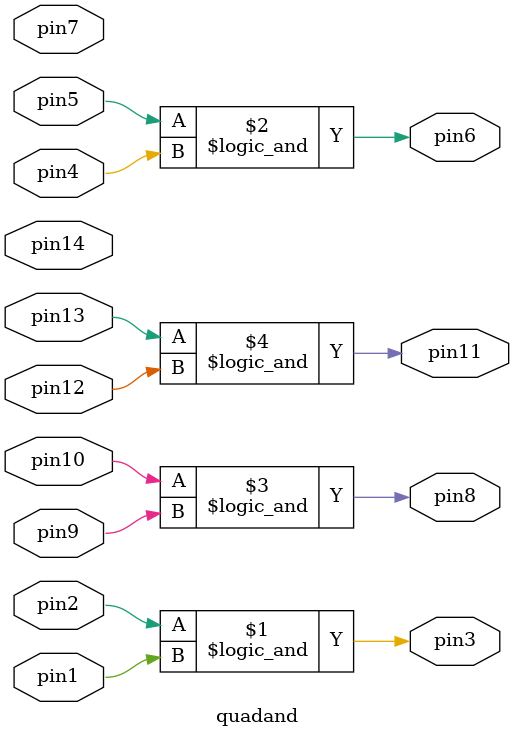
<source format=v>

module quadand (
                pin1,
                pin2,
                pin3,
                pin4,
                pin5,
                pin6,
                pin7,
                pin8,
                pin9,
                pin10,
                pin11,
                pin12,
                pin13,
                pin14
                );
   
   input wire  pin1;
   input wire  pin2;
   input wire  pin4;
   input wire  pin5;
   input wire  pin7;
   input wire  pin9;
   input wire  pin10;
   input wire  pin12;
   input wire  pin13;
   input wire  pin14;
   
   output wire pin3;
   output wire pin6;
   output wire pin8;
   output wire pin11;
   
   assign pin3 = pin2 && pin1;     // 3 = 2 && 1
   assign pin6 = pin5 && pin4;     // 6 = 5 && 4
   assign pin8 = pin10 && pin9;    // 8 = 10 && 9
   assign pin11 = pin13 && pin12;  // 11 = 13 && 12
   
endmodule

</source>
